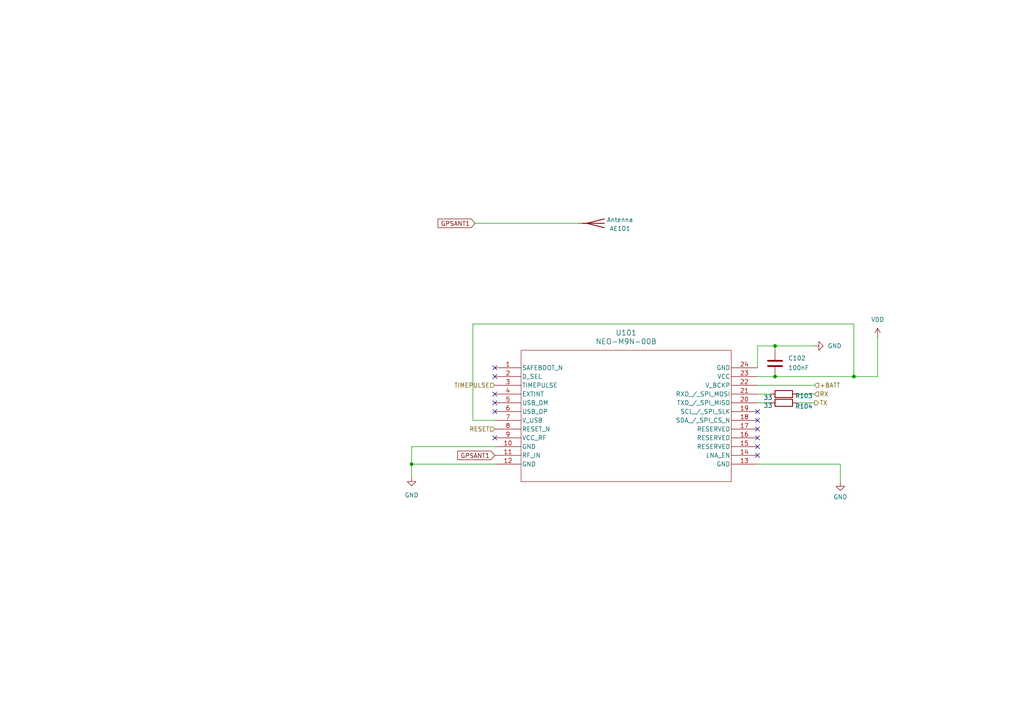
<source format=kicad_sch>
(kicad_sch (version 20231120) (generator "eeschema") (generator_version "8.0")
  (paper "A4")
  (lib_symbols
    (symbol "Device:Antenna" (pin_numbers hide) (pin_names (offset 1.016) hide)
      (property "Reference" "AE" (at -1.905 1.905 0))
      (property "Value" "Antenna" (at -1.905 0 0))
      (symbol "Antenna_0_1"
        (polyline (pts (xy 0 2.54) (xy 0 -3.81)) (stroke (width 0.254)))
        (polyline (pts (xy 1.27 2.54) (xy 0 -2.54) (xy -1.27 2.54)) (stroke (width 0.254)))
      )
      (symbol "Antenna_1_1"
        (pin input line (at 0 -5.08 90) (length 2.54) (name "A") (number "1"))
      )
    )
    (symbol "Device:C" (pin_numbers hide) (pin_names (offset 0.254))
      (property "Reference" "C" (at 0.635 2.54 0))
      (property "Value" "C" (at 0.635 -2.54 0))
      (symbol "C_0_1"
        (polyline (pts (xy -2.032 -0.762) (xy 2.032 -0.762)) (stroke (width 0.508)))
        (polyline (pts (xy -2.032 0.762) (xy 2.032 0.762)) (stroke (width 0.508)))
      )
      (symbol "C_1_1"
        (pin passive line (at 0 3.81 270) (length 2.794) (name "~") (number "1"))
        (pin passive line (at 0 -3.81 90) (length 2.794) (name "~") (number "2"))
      )
    )
    (symbol "Device:R" (pin_numbers hide) (pin_names (offset 0))
      (property "Reference" "R" (at 2.032 0 90))
      (property "Value" "R" (at 0 0 90))
      (symbol "R_0_1"
        (rectangle (start -1.016 -2.54) (end 1.016 2.54) (stroke (width 0.254)))
      )
      (symbol "R_1_1"
        (pin passive line (at 0 3.81 270) (length 1.27) (name "~") (number "1"))
        (pin passive line (at 0 -3.81 90) (length 1.27) (name "~") (number "2"))
      )
    )
    (symbol "WOBClibrary:NEO-M9N-00B" (pin_names (offset 0.254))
      (property "Reference" "U" (at 38.1 10.16 0))
      (property "Value" "NEO-M9N-00B" (at 38.1 7.62 0))
      (symbol "NEO-M9N-00B_0_1"
        (polyline (pts (xy 7.62 -33.02) (xy 68.58 -33.02)) (stroke (width 0.127)))
        (polyline (pts (xy 7.62 5.08) (xy 7.62 -33.02)) (stroke (width 0.127)))
        (polyline (pts (xy 68.58 -33.02) (xy 68.58 5.08)) (stroke (width 0.127)))
        (polyline (pts (xy 68.58 5.08) (xy 7.62 5.08)) (stroke (width 0.127)))
        (pin unspecified line (at 0 0 0) (length 7.62) (name "SAFEBOOT_N") (number "1"))
        (pin power_out line (at 0 -22.86 0) (length 7.62) (name "GND") (number "10"))
        (pin unspecified line (at 0 -25.4 0) (length 7.62) (name "RF_IN") (number "11"))
        (pin power_out line (at 0 -27.94 0) (length 7.62) (name "GND") (number "12"))
        (pin power_out line (at 76.2 -27.94 180) (length 7.62) (name "GND") (number "13"))
        (pin unspecified line (at 76.2 -25.4 180) (length 7.62) (name "LNA_EN") (number "14"))
        (pin unspecified line (at 76.2 -22.86 180) (length 7.62) (name "RESERVED") (number "15"))
        (pin unspecified line (at 76.2 -20.32 180) (length 7.62) (name "RESERVED") (number "16"))
        (pin unspecified line (at 76.2 -17.78 180) (length 7.62) (name "RESERVED") (number "17"))
        (pin unspecified line (at 76.2 -15.24 180) (length 7.62) (name "SDA_/_SPI_CS_N") (number "18"))
        (pin unspecified line (at 76.2 -12.7 180) (length 7.62) (name "SCL_/_SPI_SLK") (number "19"))
        (pin unspecified line (at 0 -2.54 0) (length 7.62) (name "D_SEL") (number "2"))
        (pin unspecified line (at 76.2 -10.16 180) (length 7.62) (name "TXD_/_SPI_MISO") (number "20"))
        (pin unspecified line (at 76.2 -7.62 180) (length 7.62) (name "RXD_/_SPI_MOSI") (number "21"))
        (pin unspecified line (at 76.2 -5.08 180) (length 7.62) (name "V_BCKP") (number "22"))
        (pin power_in line (at 76.2 -2.54 180) (length 7.62) (name "VCC") (number "23"))
        (pin power_out line (at 76.2 0 180) (length 7.62) (name "GND") (number "24"))
        (pin unspecified line (at 0 -5.08 0) (length 7.62) (name "TIMEPULSE") (number "3"))
        (pin unspecified line (at 0 -7.62 0) (length 7.62) (name "EXTINT") (number "4"))
        (pin unspecified line (at 0 -10.16 0) (length 7.62) (name "USB_DM") (number "5"))
        (pin unspecified line (at 0 -12.7 0) (length 7.62) (name "USB_DP") (number "6"))
        (pin unspecified line (at 0 -15.24 0) (length 7.62) (name "V_USB") (number "7"))
        (pin unspecified line (at 0 -17.78 0) (length 7.62) (name "RESET_N") (number "8"))
        (pin power_in line (at 0 -20.32 0) (length 7.62) (name "VCC_RF") (number "9"))
      )
    )
    (symbol "power:GND" (power) (pin_names (offset 0))
      (property "Value" "GND" (at 0 -3.81 0))
      (symbol "GND_0_1"
        (polyline (pts (xy 0 0) (xy 0 -1.27) (xy 1.27 -1.27) (xy 0 -2.54) (xy -1.27 -1.27) (xy 0 -1.27)))
      )
      (symbol "GND_1_1"
        (pin power_in line (at 0 0 270) (length 0) hide (name "GND") (number "1"))
      )
    )
    (symbol "power:VDD" (power) (pin_numbers hide) (pin_names (offset 0) hide)
      (property "Value" "VDD" (at 0 3.556 0))
      (symbol "VDD_0_1"
        (polyline (pts (xy -0.762 1.27) (xy 0 2.54)))
        (polyline (pts (xy 0 0) (xy 0 2.54)))
        (polyline (pts (xy 0 2.54) (xy 0.762 1.27)))
      )
      (symbol "VDD_1_1"
        (pin power_in line (at 0 0 90) (length 0) (name "~") (number "1"))
      )
    )
  )
  (junction (at 119.38 134.62))
  (junction (at 224.79 109.22))
  (junction (at 224.79 100.33))
  (junction (at 247.65 109.22))
  (no_connect (at 143.51 109.22))
  (no_connect (at 219.71 129.54))
  (no_connect (at 219.71 124.46))
  (no_connect (at 219.71 127))
  (no_connect (at 143.51 119.38))
  (no_connect (at 143.51 106.68))
  (no_connect (at 219.71 121.92))
  (no_connect (at 143.51 114.3))
  (no_connect (at 143.51 116.84))
  (no_connect (at 143.51 127))
  (no_connect (at 219.71 132.08))
  (no_connect (at 219.71 119.38))
  (wire (pts (xy 219.71 109.22) (xy 224.79 109.22)))
  (wire (pts (xy 143.51 121.92) (xy 137.16 121.92)))
  (wire (pts (xy 247.65 93.98) (xy 247.65 109.22)))
  (wire (pts (xy 254.5337 97.7636) (xy 254.5462 97.7636)))
  (wire (pts (xy 243.7291 139.7665) (xy 243.7291 134.62)))
  (wire (pts (xy 137.795 64.77) (xy 167.64 64.77)))
  (wire (pts (xy 224.79 100.33) (xy 236.22 100.33)))
  (wire (pts (xy 254.5337 97.7636) (xy 254.5337 109.22)))
  (wire (pts (xy 137.16 93.98) (xy 247.65 93.98)))
  (wire (pts (xy 219.71 100.33) (xy 224.79 100.33)))
  (wire (pts (xy 119.38 134.62) (xy 119.38 129.54)))
  (wire (pts (xy 247.65 109.22) (xy 254.5337 109.22)))
  (wire (pts (xy 219.71 116.84) (xy 223.52 116.84)))
  (wire (pts (xy 224.79 109.22) (xy 247.65 109.22)))
  (wire (pts (xy 119.38 138.3993) (xy 119.38 134.62)))
  (wire (pts (xy 119.38 129.54) (xy 143.51 129.54)))
  (wire (pts (xy 231.14 114.3) (xy 236.22 114.3)))
  (wire (pts (xy 219.71 114.3) (xy 223.52 114.3)))
  (wire (pts (xy 224.79 100.33) (xy 224.79 101.6)))
  (wire (pts (xy 231.14 116.84) (xy 236.22 116.84)))
  (wire (pts (xy 219.71 111.76) (xy 236.22 111.76)))
  (wire (pts (xy 143.51 134.62) (xy 119.38 134.62)))
  (wire (pts (xy 137.16 121.92) (xy 137.16 93.98)))
  (wire (pts (xy 219.71 100.33) (xy 219.71 106.68)))
  (wire (pts (xy 243.7291 134.62) (xy 219.71 134.62)))
  (global_label "GPSANT1" (shape input) (at 137.795 64.77 180) (property "Intersheetrefs" "${INTERSHEET_REFS}" (effects (hide yes))))
  (global_label "GPSANT1" (shape input) (at 143.51 132.08 180) (property "Intersheetrefs" "${INTERSHEET_REFS}" (effects (hide yes))))
  (hierarchical_label "RESET" (shape input) (at 143.51 124.46 180))
  (hierarchical_label "TX" (shape output) (at 236.22 116.84 0))
  (hierarchical_label "TIMEPULSE" (shape input) (at 143.51 111.76 180))
  (hierarchical_label "+BATT" (shape input) (at 236.22 111.76 0))
  (hierarchical_label "RX" (shape input) (at 236.22 114.3 0))
  (symbol (lib_id "power:GND") (at 243.7291 139.7665 0) (unit 1)
    (property "Reference" "#PWR0110" (effects (hide yes)))
    (property "Value" "GND" (at 243.7291 144.1467 0))
  )
  (symbol (lib_id "power:GND") (at 119.38 138.3993 0) (unit 1)
    (property "Reference" "#PWR0107" (effects (hide yes)))
    (property "Value" "GND" (at 119.38 143.6072 0))
  )
  (symbol (lib_id "power:GND") (at 236.22 100.33 90) (unit 1)
    (property "Reference" "#PWR0108" (effects (hide yes)))
    (property "Value" "GND" (at 240.03 100.3299 90) (effects (justify right)))
  )
  (symbol (lib_id "Device:R") (at 227.33 116.84 270) (unit 1)
    (property "Reference" "R104" (at 233.172 117.856 90))
    (property "Value" "33" (at 222.758 117.602 90))
    (property "Footprint" "Resistor_SMD:R_0402_1005Metric" (effects (hide yes)))
    (property "LCSC" "C25105" (effects (hide yes)))
  )
  (symbol (lib_id "power:VDD") (at 254.5462 97.7636 0) (unit 1)
    (property "Reference" "#PWR065" (effects (hide yes)))
    (property "Value" "VDD" (at 254.5462 92.71 0))
    (property "Description" "Power symbol creates a global label with name \"VDD\"" (effects (hide yes)))
  )
  (symbol (lib_id "Device:Antenna") (at 172.72 64.77 270) (unit 1)
    (property "Reference" "AE101" (at 179.832 66.294 90))
    (property "Value" "Antenna" (at 179.832 63.754 90))
    (property "Footprint" "WOBCLibrary:GNSS_Antenna_1212" (effects (hide yes)))
  )
  (symbol (lib_id "Device:C") (at 224.79 105.41 0) (unit 1)
    (property "Reference" "C102" (at 228.6 103.886 0) (effects (justify left)))
    (property "Value" "100nF" (at 228.6 106.68 0) (effects (justify left)))
    (property "Footprint" "Capacitor_SMD:C_0402_1005Metric" (effects (hide yes)))
    (property "LCSC" "C1525" (effects (hide yes)))
  )
  (symbol (lib_id "WOBClibrary:NEO-M9N-00B") (at 143.51 106.68 0) (unit 1)
    (property "Reference" "U101" (at 181.61 96.52 0) (effects (font (size 1.524 1.524))))
    (property "Value" "NEO-M9N-00B" (at 181.61 99.06 0) (effects (font (size 1.524 1.524))))
    (property "Footprint" "WOBCLibrary:SMT_9N-00B_UBL" (effects (hide yes)))
    (property "Datasheet" "NEO-M9N-00B" (effects (hide yes)))
  )
  (symbol (lib_id "Device:R") (at 227.33 114.3 270) (unit 1)
    (property "Reference" "R103" (at 233.172 114.808 90))
    (property "Value" "33" (at 222.758 115.316 90))
    (property "Footprint" "Resistor_SMD:R_0402_1005Metric" (effects (hide yes)))
    (property "LCSC" "C25105" (effects (hide yes)))
  )
)
</source>
